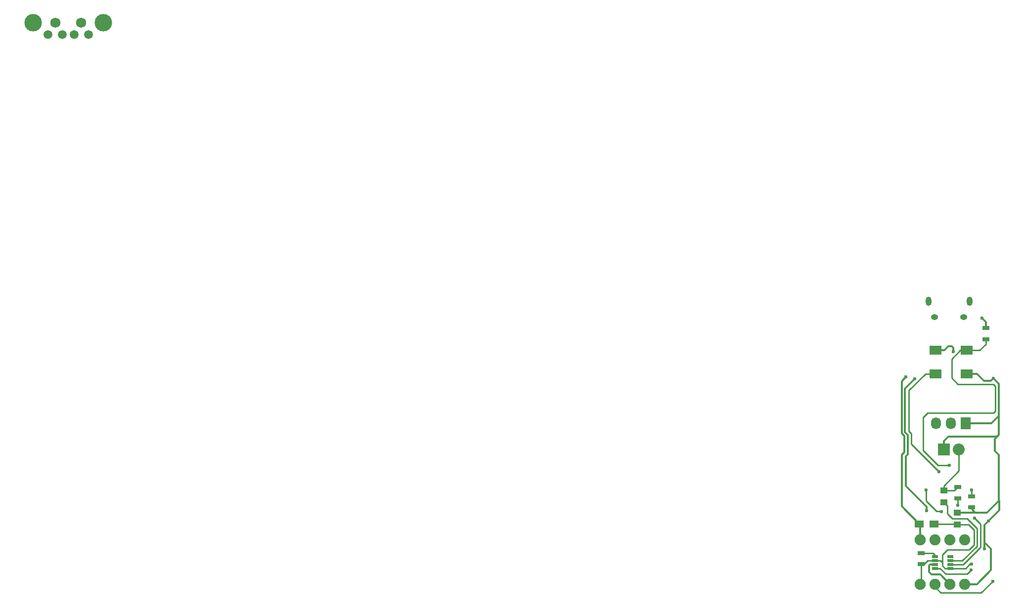
<source format=gbr>
G04 #@! TF.FileFunction,Copper,L2,Bot,Signal*
%FSLAX46Y46*%
G04 Gerber Fmt 4.6, Leading zero omitted, Abs format (unit mm)*
G04 Created by KiCad (PCBNEW 4.0.4-stable) date 12/28/16 21:00:51*
%MOMM*%
%LPD*%
G01*
G04 APERTURE LIST*
%ADD10C,0.100000*%
%ADD11C,1.905000*%
%ADD12R,1.250000X1.000000*%
%ADD13R,1.500000X1.250000*%
%ADD14R,2.032000X2.032000*%
%ADD15O,2.032000X2.032000*%
%ADD16R,1.727200X2.032000*%
%ADD17O,1.727200X2.032000*%
%ADD18R,1.300000X0.700000*%
%ADD19R,2.000000X1.600000*%
%ADD20R,0.990000X0.480000*%
%ADD21C,1.750000*%
%ADD22C,1.501140*%
%ADD23C,2.999740*%
%ADD24O,1.250000X0.950000*%
%ADD25O,1.000000X1.550000*%
%ADD26C,0.600000*%
%ADD27C,0.300000*%
%ADD28C,0.250000*%
G04 APERTURE END LIST*
D10*
D11*
X145890000Y-104485000D03*
X148430000Y-104485000D03*
X150970000Y-104485000D03*
X153510000Y-104485000D03*
X153510000Y-96865000D03*
X150970000Y-96865000D03*
X148430000Y-96865000D03*
X145890000Y-96865000D03*
D12*
X149940000Y-88450000D03*
X149940000Y-90450000D03*
X152250000Y-92275000D03*
X152250000Y-94275000D03*
D13*
X148225000Y-94175000D03*
X145725000Y-94175000D03*
D14*
X149980000Y-81400000D03*
D15*
X152520000Y-81400000D03*
D16*
X153660000Y-76960000D03*
D17*
X151120000Y-76960000D03*
X148580000Y-76960000D03*
D18*
X152310000Y-89770000D03*
X152310000Y-87870000D03*
X154660000Y-89430000D03*
X154660000Y-91330000D03*
X157110000Y-60590000D03*
X157110000Y-62490000D03*
D19*
X148480000Y-64430000D03*
X153880000Y-64430000D03*
X153880000Y-68430000D03*
X148480000Y-68430000D03*
D20*
X148425000Y-101775000D03*
X148425000Y-101125000D03*
X148425000Y-100475000D03*
X148425000Y-99825000D03*
X151015000Y-99825000D03*
X151015000Y-100475000D03*
X151015000Y-101125000D03*
X151015000Y-101775000D03*
D18*
X146025000Y-101075000D03*
X146025000Y-99175000D03*
D21*
X-2200000Y-8300000D03*
X2200000Y-8300000D03*
D22*
X3500000Y-10300000D03*
X1000000Y-10300000D03*
X-1000000Y-10300000D03*
X-3500000Y-10300000D03*
D23*
X6000000Y-8300000D03*
X-6000000Y-8300000D03*
D24*
X153360900Y-58742540D03*
X148360900Y-58742540D03*
D25*
X154360900Y-56042540D03*
X147360900Y-56042540D03*
D26*
X156430000Y-58860000D03*
X156910000Y-98470000D03*
X157575000Y-93700000D03*
X158400000Y-69200000D03*
X154590000Y-102110000D03*
X146950000Y-91875000D03*
X144950000Y-69325000D03*
X151600000Y-64680000D03*
X158340000Y-103980000D03*
X155220000Y-93210000D03*
X152290000Y-90960000D03*
X154680000Y-88390000D03*
X150880000Y-84100000D03*
X149090000Y-85220000D03*
X146890000Y-88390000D03*
X149560000Y-92050000D03*
X143425000Y-69000000D03*
X154720000Y-101030000D03*
D27*
X157110000Y-60590000D02*
X157110000Y-59540000D01*
X157110000Y-59540000D02*
X156430000Y-58860000D01*
X157270000Y-60430000D02*
X157110000Y-60590000D01*
X159387500Y-90212500D02*
X159387500Y-82377500D01*
X158660000Y-79630000D02*
X159387500Y-78902500D01*
X158660000Y-81650000D02*
X158660000Y-79630000D01*
X159387500Y-82377500D02*
X158660000Y-81650000D01*
X154660000Y-91330000D02*
X154660000Y-91610000D01*
X154660000Y-91610000D02*
X155325000Y-92275000D01*
X153880000Y-68430000D02*
X155630000Y-68430000D01*
X157990000Y-69610000D02*
X158400000Y-69200000D01*
X156810000Y-69610000D02*
X157990000Y-69610000D01*
X155630000Y-68430000D02*
X156810000Y-69610000D01*
X153660000Y-76960000D02*
X158120000Y-76960000D01*
X158120000Y-76960000D02*
X159387500Y-75692500D01*
X149980000Y-81400000D02*
X149980000Y-79980000D01*
X149980000Y-79980000D02*
X150750000Y-79210000D01*
X150750000Y-79210000D02*
X159080000Y-79210000D01*
X159080000Y-79210000D02*
X159387500Y-78902500D01*
X158030000Y-98650000D02*
X158030000Y-98460000D01*
X158030000Y-98460000D02*
X156910000Y-97340000D01*
X156910000Y-98470000D02*
X156910000Y-97340000D01*
X156910000Y-97340000D02*
X156910000Y-94365000D01*
X156910000Y-94365000D02*
X157575000Y-93700000D01*
X153510000Y-104485000D02*
X155585000Y-104485000D01*
X158030000Y-102040000D02*
X158030000Y-98650000D01*
X158030000Y-98650000D02*
X158030000Y-98630000D01*
X155585000Y-104485000D02*
X158030000Y-102040000D01*
X148425000Y-101125000D02*
X147550000Y-101125000D01*
X149335000Y-102850000D02*
X150970000Y-104485000D01*
X147875000Y-102850000D02*
X149335000Y-102850000D01*
X147400000Y-102375000D02*
X147875000Y-102850000D01*
X147400000Y-101275000D02*
X147400000Y-102375000D01*
X147550000Y-101125000D02*
X147400000Y-101275000D01*
X159387500Y-78902500D02*
X159387500Y-75692500D01*
X159387500Y-75692500D02*
X159387500Y-70187500D01*
X159387500Y-70187500D02*
X158400000Y-69200000D01*
X152250000Y-92275000D02*
X155325000Y-92275000D01*
X155325000Y-92275000D02*
X157325000Y-92275000D01*
X157325000Y-92275000D02*
X159387500Y-90212500D01*
X159387500Y-90212500D02*
X159400000Y-90200000D01*
X157575000Y-93675000D02*
X159400000Y-91850000D01*
X159400000Y-91850000D02*
X159400000Y-90200000D01*
X157575000Y-93700000D02*
X157575000Y-93675000D01*
X157575000Y-93700000D02*
X157562500Y-93687500D01*
X157562500Y-93687500D02*
X157575000Y-93700000D01*
D28*
X148425000Y-101775000D02*
X149305000Y-101775000D01*
X153940000Y-102760000D02*
X154590000Y-102110000D01*
X150290000Y-102760000D02*
X153940000Y-102760000D01*
X149305000Y-101775000D02*
X150290000Y-102760000D01*
X149940000Y-88450000D02*
X151730000Y-88450000D01*
X151730000Y-88450000D02*
X152310000Y-87870000D01*
X152520000Y-81400000D02*
X152520000Y-85080000D01*
X149940000Y-87660000D02*
X149940000Y-88450000D01*
X152520000Y-85080000D02*
X149940000Y-87660000D01*
D27*
X146950000Y-91875000D02*
X146950000Y-91240000D01*
X146950000Y-91240000D02*
X143400000Y-87690000D01*
X144950000Y-69325000D02*
X143250000Y-71025000D01*
X143400000Y-82620000D02*
X143400000Y-87690000D01*
X143730000Y-82290000D02*
X143400000Y-82620000D01*
X143730000Y-78920000D02*
X143730000Y-82290000D01*
X143250000Y-78440000D02*
X143730000Y-78920000D01*
X143250000Y-71025000D02*
X143250000Y-78440000D01*
X148480000Y-64430000D02*
X150000000Y-64430000D01*
X151580000Y-64660000D02*
X151600000Y-64680000D01*
X151580000Y-63980000D02*
X151580000Y-64660000D01*
X151300000Y-63700000D02*
X151580000Y-63980000D01*
X150730000Y-63700000D02*
X151300000Y-63700000D01*
X150000000Y-64430000D02*
X150730000Y-63700000D01*
D28*
X148430000Y-104485000D02*
X148430000Y-104990000D01*
X148430000Y-104990000D02*
X149420000Y-105980000D01*
X149420000Y-105980000D02*
X156340000Y-105980000D01*
X156340000Y-105980000D02*
X158340000Y-103980000D01*
X152310000Y-89770000D02*
X152310000Y-90940000D01*
X153225000Y-101125000D02*
X151015000Y-101125000D01*
X156180000Y-98170000D02*
X153225000Y-101125000D01*
X156180000Y-94170000D02*
X156180000Y-98170000D01*
X155220000Y-93210000D02*
X156180000Y-94170000D01*
X152310000Y-90940000D02*
X152290000Y-90960000D01*
X154660000Y-88410000D02*
X154660000Y-89430000D01*
X154680000Y-88390000D02*
X154660000Y-88410000D01*
X153880000Y-64430000D02*
X152770000Y-64430000D01*
X148970000Y-84100000D02*
X150880000Y-84100000D01*
X146430000Y-81560000D02*
X148970000Y-84100000D01*
X146430000Y-75910000D02*
X146430000Y-81560000D01*
X147180000Y-75160000D02*
X146430000Y-75910000D01*
X158400000Y-75160000D02*
X147180000Y-75160000D01*
X158770000Y-74790000D02*
X158400000Y-75160000D01*
X158770000Y-70590000D02*
X158770000Y-74790000D01*
X158420000Y-70240000D02*
X158770000Y-70590000D01*
X152360000Y-70240000D02*
X158420000Y-70240000D01*
X151270000Y-69150000D02*
X152360000Y-70240000D01*
X151270000Y-65930000D02*
X151270000Y-69150000D01*
X152770000Y-64430000D02*
X151270000Y-65930000D01*
X153880000Y-64430000D02*
X156050000Y-64430000D01*
X157110000Y-63370000D02*
X157110000Y-62490000D01*
X156050000Y-64430000D02*
X157110000Y-63370000D01*
X143930000Y-71280000D02*
X143930000Y-78240000D01*
X146780000Y-68430000D02*
X143930000Y-71280000D01*
X148480000Y-68430000D02*
X146780000Y-68430000D01*
X144370000Y-80500000D02*
X149090000Y-85220000D01*
X144370000Y-78680000D02*
X144370000Y-80500000D01*
X143930000Y-78240000D02*
X144370000Y-78680000D01*
X146890000Y-90230000D02*
X146890000Y-88390000D01*
X148670000Y-92010000D02*
X146890000Y-90230000D01*
X149520000Y-92010000D02*
X148670000Y-92010000D01*
X149560000Y-92050000D02*
X149520000Y-92010000D01*
D27*
X142725000Y-69700000D02*
X142725000Y-78635000D01*
X143425000Y-69000000D02*
X142725000Y-69700000D01*
X145725000Y-94175000D02*
X142725000Y-91175000D01*
X142725000Y-82345000D02*
X142725000Y-91175000D01*
X143210000Y-81860000D02*
X142725000Y-82345000D01*
X143210000Y-79120000D02*
X143210000Y-81860000D01*
X142725000Y-78635000D02*
X143210000Y-79120000D01*
X145725000Y-94175000D02*
X145700000Y-94175000D01*
X145890000Y-96865000D02*
X145890000Y-94340000D01*
X145890000Y-94340000D02*
X145725000Y-94175000D01*
D28*
X151015000Y-100475000D02*
X153115000Y-100475000D01*
X150540000Y-91050000D02*
X149940000Y-90450000D01*
X150540000Y-92450000D02*
X150540000Y-91050000D01*
X151390000Y-93300000D02*
X150540000Y-92450000D01*
X153970000Y-93300000D02*
X151390000Y-93300000D01*
X155620000Y-94950000D02*
X153970000Y-93300000D01*
X155620000Y-97970000D02*
X155620000Y-94950000D01*
X153115000Y-100475000D02*
X155620000Y-97970000D01*
X151015000Y-101775000D02*
X153645000Y-101775000D01*
X154390000Y-101030000D02*
X154720000Y-101030000D01*
X153645000Y-101775000D02*
X154390000Y-101030000D01*
X155110000Y-95230000D02*
X155110000Y-97760000D01*
X155110000Y-97760000D02*
X154240000Y-98630000D01*
X152250000Y-94275000D02*
X154150000Y-94275000D01*
X149675000Y-99475000D02*
X149675000Y-100825000D01*
X150525000Y-98625000D02*
X149675000Y-99475000D01*
X154240000Y-98630000D02*
X150525000Y-98625000D01*
X154150000Y-94275000D02*
X155110000Y-95230000D01*
X146025000Y-101075000D02*
X146025000Y-104350000D01*
X146025000Y-104350000D02*
X145890000Y-104485000D01*
X146025000Y-101075000D02*
X146600000Y-101075000D01*
X146600000Y-101075000D02*
X147200000Y-100475000D01*
X147200000Y-100475000D02*
X148425000Y-100475000D01*
X148225000Y-94175000D02*
X152150000Y-94175000D01*
X152150000Y-94175000D02*
X152250000Y-94275000D01*
X151015000Y-101775000D02*
X150150000Y-101775000D01*
X150150000Y-101775000D02*
X149675000Y-101300000D01*
X149675000Y-101300000D02*
X149675000Y-100825000D01*
X149325000Y-100475000D02*
X148425000Y-100475000D01*
X149675000Y-100825000D02*
X149325000Y-100475000D01*
X148425000Y-99825000D02*
X148425000Y-99550000D01*
X148050000Y-99175000D02*
X146025000Y-99175000D01*
X148425000Y-99550000D02*
X148050000Y-99175000D01*
M02*

</source>
